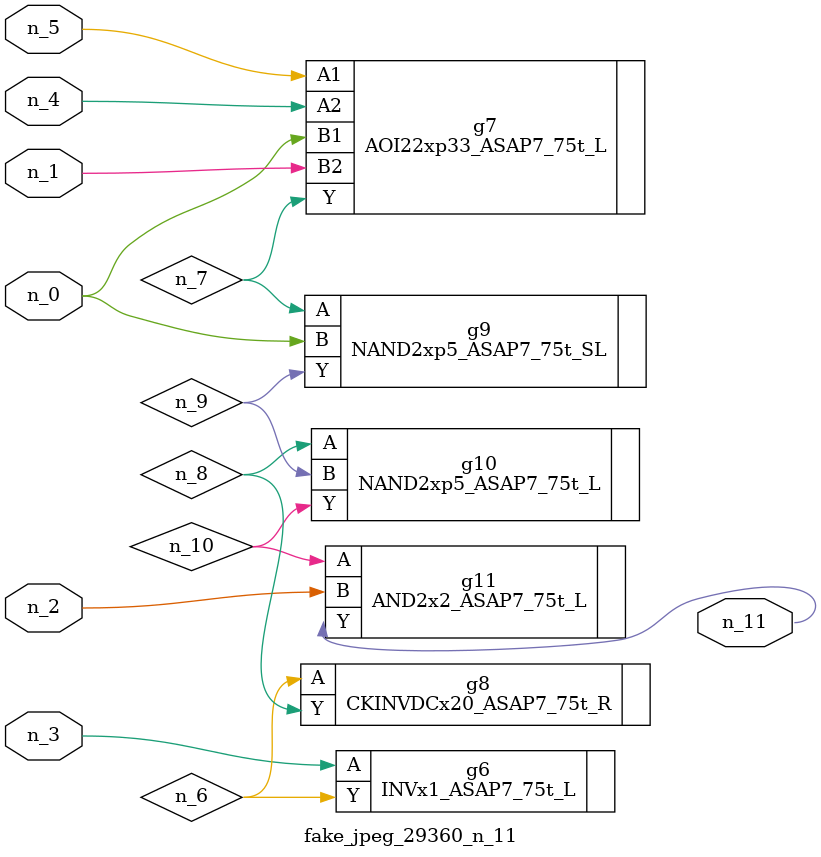
<source format=v>
module fake_jpeg_29360_n_11 (n_3, n_2, n_1, n_0, n_4, n_5, n_11);

input n_3;
input n_2;
input n_1;
input n_0;
input n_4;
input n_5;

output n_11;

wire n_10;
wire n_8;
wire n_9;
wire n_6;
wire n_7;

INVx1_ASAP7_75t_L g6 ( 
.A(n_3),
.Y(n_6)
);

AOI22xp33_ASAP7_75t_L g7 ( 
.A1(n_5),
.A2(n_4),
.B1(n_0),
.B2(n_1),
.Y(n_7)
);

CKINVDCx20_ASAP7_75t_R g8 ( 
.A(n_6),
.Y(n_8)
);

NAND2xp5_ASAP7_75t_L g10 ( 
.A(n_8),
.B(n_9),
.Y(n_10)
);

NAND2xp5_ASAP7_75t_SL g9 ( 
.A(n_7),
.B(n_0),
.Y(n_9)
);

AND2x2_ASAP7_75t_L g11 ( 
.A(n_10),
.B(n_2),
.Y(n_11)
);


endmodule
</source>
